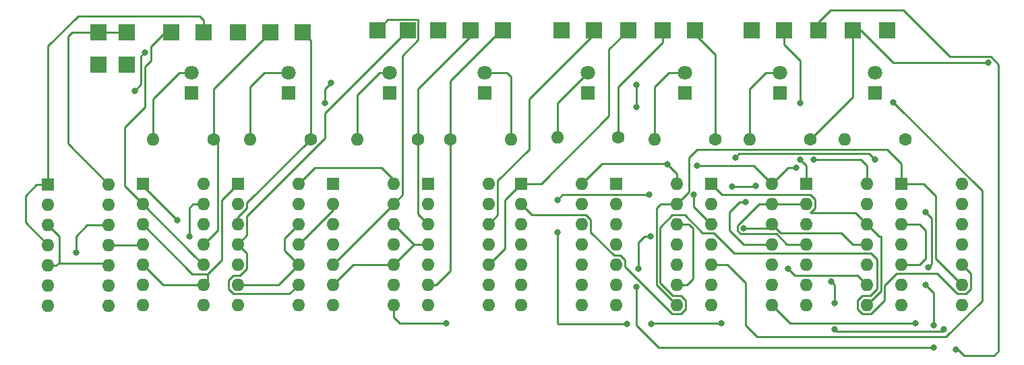
<source format=gbr>
%TF.GenerationSoftware,KiCad,Pcbnew,(5.1.6)-1*%
%TF.CreationDate,2020-11-22T17:26:52+01:00*%
%TF.ProjectId,Addierer,41646469-6572-4657-922e-6b696361645f,rev?*%
%TF.SameCoordinates,Original*%
%TF.FileFunction,Copper,L2,Bot*%
%TF.FilePolarity,Positive*%
%FSLAX46Y46*%
G04 Gerber Fmt 4.6, Leading zero omitted, Abs format (unit mm)*
G04 Created by KiCad (PCBNEW (5.1.6)-1) date 2020-11-22 17:26:52*
%MOMM*%
%LPD*%
G01*
G04 APERTURE LIST*
%TA.AperFunction,ComponentPad*%
%ADD10O,1.600000X1.600000*%
%TD*%
%TA.AperFunction,ComponentPad*%
%ADD11R,1.600000X1.600000*%
%TD*%
%TA.AperFunction,ComponentPad*%
%ADD12R,2.000000X2.000000*%
%TD*%
%TA.AperFunction,ComponentPad*%
%ADD13R,1.800000X1.800000*%
%TD*%
%TA.AperFunction,ComponentPad*%
%ADD14C,1.800000*%
%TD*%
%TA.AperFunction,ComponentPad*%
%ADD15C,1.600000*%
%TD*%
%TA.AperFunction,ViaPad*%
%ADD16C,0.800000*%
%TD*%
%TA.AperFunction,Conductor*%
%ADD17C,0.250000*%
%TD*%
G04 APERTURE END LIST*
D10*
%TO.P,U9,14*%
%TO.N,+5V*%
X129032000Y-44958000D03*
%TO.P,U9,7*%
%TO.N,Net-(GND1-Pad1)*%
X121412000Y-60198000D03*
%TO.P,U9,13*%
%TO.N,Net-(U10-Pad5)*%
X129032000Y-47498000D03*
%TO.P,U9,6*%
%TO.N,Net-(U9-Pad10)*%
X121412000Y-57658000D03*
%TO.P,U9,12*%
%TO.N,Net-(U10-Pad1)*%
X129032000Y-50038000D03*
%TO.P,U9,5*%
%TO.N,Net-(U9-Pad5)*%
X121412000Y-55118000D03*
%TO.P,U9,11*%
%TO.N,Net-(U10-Pad12)*%
X129032000Y-52578000D03*
%TO.P,U9,4*%
%TO.N,Net-(U10-Pad13)*%
X121412000Y-52578000D03*
%TO.P,U9,10*%
%TO.N,Net-(U9-Pad10)*%
X129032000Y-55118000D03*
%TO.P,U9,3*%
%TO.N,Net-(U9-Pad3)*%
X121412000Y-50038000D03*
%TO.P,U9,9*%
X129032000Y-57658000D03*
%TO.P,U9,2*%
%TO.N,Net-(U10-Pad13)*%
X121412000Y-47498000D03*
%TO.P,U9,8*%
%TO.N,Net-(U10-Pad1)*%
X129032000Y-60198000D03*
D11*
%TO.P,U9,1*%
%TO.N,Net-(U9-Pad1)*%
X121412000Y-44958000D03*
%TD*%
D12*
%TO.P,GND1,1*%
%TO.N,Net-(GND1-Pad1)*%
X36068000Y-29972000D03*
%TD*%
%TO.P,LP_Vcc1,1*%
%TO.N,+5V*%
X36068000Y-25908000D03*
%TD*%
%TO.P,a1,1*%
%TO.N,Net-(U1-Pad1)*%
X45720000Y-25908000D03*
%TD*%
%TO.P,b1,1*%
%TO.N,Net-(U1-Pad2)*%
X50038000Y-25908000D03*
%TD*%
D13*
%TO.P,D1,1*%
%TO.N,Net-(GND1-Pad1)*%
X44196000Y-33528000D03*
D14*
%TO.P,D1,2*%
%TO.N,Net-(D1-Pad2)*%
X44196000Y-30988000D03*
%TD*%
%TO.P,D2,2*%
%TO.N,Net-(D2-Pad2)*%
X56388000Y-30988000D03*
D13*
%TO.P,D2,1*%
%TO.N,Net-(GND1-Pad1)*%
X56388000Y-33528000D03*
%TD*%
D15*
%TO.P,R1,1*%
%TO.N,Net-(R1-Pad1)*%
X46990000Y-39370000D03*
D10*
%TO.P,R1,2*%
%TO.N,Net-(D1-Pad2)*%
X39370000Y-39370000D03*
%TD*%
%TO.P,R2,2*%
%TO.N,Net-(D2-Pad2)*%
X51562000Y-39370000D03*
D15*
%TO.P,R2,1*%
%TO.N,Net-(R2-Pad1)*%
X59182000Y-39370000D03*
%TD*%
D11*
%TO.P,U1,1*%
%TO.N,Net-(U1-Pad1)*%
X26213001Y-45059001D03*
D10*
%TO.P,U1,8*%
%TO.N,Net-(U1-Pad13)*%
X33833001Y-60299001D03*
%TO.P,U1,2*%
%TO.N,Net-(U1-Pad2)*%
X26213001Y-47599001D03*
%TO.P,U1,9*%
X33833001Y-57759001D03*
%TO.P,U1,3*%
%TO.N,Net-(U1-Pad10)*%
X26213001Y-50139001D03*
%TO.P,U1,10*%
X33833001Y-55219001D03*
%TO.P,U1,4*%
%TO.N,Net-(U1-Pad1)*%
X26213001Y-52679001D03*
%TO.P,U1,11*%
%TO.N,Net-(U1-Pad11)*%
X33833001Y-52679001D03*
%TO.P,U1,5*%
%TO.N,Net-(U1-Pad10)*%
X26213001Y-55219001D03*
%TO.P,U1,12*%
%TO.N,Net-(U1-Pad12)*%
X33833001Y-50139001D03*
%TO.P,U1,6*%
X26213001Y-57759001D03*
%TO.P,U1,13*%
%TO.N,Net-(U1-Pad13)*%
X33833001Y-47599001D03*
%TO.P,U1,7*%
%TO.N,Net-(GND1-Pad1)*%
X26213001Y-60299001D03*
%TO.P,U1,14*%
%TO.N,+5V*%
X33833001Y-45059001D03*
%TD*%
D12*
%TO.P,GND1,1*%
%TO.N,+5V*%
X32512000Y-25908000D03*
%TD*%
%TO.P,\u00DCn+1,1*%
%TO.N,Net-(R2-Pad1)*%
X58166000Y-25908000D03*
%TD*%
%TO.P,Un1,1*%
%TO.N,Net-(U2-Pad10)*%
X41656000Y-25908000D03*
%TD*%
%TO.P,S1,1*%
%TO.N,Net-(R1-Pad1)*%
X54102000Y-25908000D03*
%TD*%
D11*
%TO.P,U2,1*%
%TO.N,Net-(U1-Pad11)*%
X38100000Y-45009001D03*
D10*
%TO.P,U2,8*%
%TO.N,Net-(U2-Pad13)*%
X45720000Y-60249001D03*
%TO.P,U2,2*%
%TO.N,Net-(U2-Pad10)*%
X38100000Y-47549001D03*
%TO.P,U2,9*%
%TO.N,Net-(U2-Pad3)*%
X45720000Y-57709001D03*
%TO.P,U2,3*%
X38100000Y-50089001D03*
%TO.P,U2,10*%
%TO.N,Net-(U2-Pad10)*%
X45720000Y-55169001D03*
%TO.P,U2,4*%
%TO.N,Net-(U1-Pad11)*%
X38100000Y-52629001D03*
%TO.P,U2,11*%
%TO.N,Net-(R1-Pad1)*%
X45720000Y-52629001D03*
%TO.P,U2,5*%
%TO.N,Net-(U2-Pad3)*%
X38100000Y-55169001D03*
%TO.P,U2,12*%
%TO.N,Net-(U2-Pad12)*%
X45720000Y-50089001D03*
%TO.P,U2,6*%
X38100000Y-57709001D03*
%TO.P,U2,13*%
%TO.N,Net-(U2-Pad13)*%
X45720000Y-47549001D03*
%TO.P,U2,7*%
%TO.N,Net-(GND1-Pad1)*%
X38100000Y-60249001D03*
%TO.P,U2,14*%
%TO.N,+5V*%
X45720000Y-45009001D03*
%TD*%
D12*
%TO.P,a2,1*%
%TO.N,Net-(U3-Pad4)*%
X71374000Y-25654000D03*
%TD*%
%TO.P,b2,1*%
%TO.N,Net-(U3-Pad13)*%
X75184000Y-25654000D03*
%TD*%
D14*
%TO.P,D3,2*%
%TO.N,Net-(D3-Pad2)*%
X69088000Y-30988000D03*
D13*
%TO.P,D3,1*%
%TO.N,Net-(GND1-Pad1)*%
X69088000Y-33528000D03*
%TD*%
%TO.P,D4,1*%
%TO.N,Net-(GND1-Pad1)*%
X81026000Y-33528000D03*
D14*
%TO.P,D4,2*%
%TO.N,Net-(D4-Pad2)*%
X81026000Y-30988000D03*
%TD*%
D15*
%TO.P,R3,1*%
%TO.N,Net-(R3-Pad1)*%
X72644000Y-39370000D03*
D10*
%TO.P,R3,2*%
%TO.N,Net-(D3-Pad2)*%
X65024000Y-39370000D03*
%TD*%
%TO.P,R4,2*%
%TO.N,Net-(D4-Pad2)*%
X84328000Y-39370000D03*
D15*
%TO.P,R4,1*%
%TO.N,Net-(R4-Pad1)*%
X76708000Y-39370000D03*
%TD*%
D12*
%TO.P,S2,1*%
%TO.N,Net-(R3-Pad1)*%
X79248000Y-25654000D03*
%TD*%
D11*
%TO.P,U4,1*%
%TO.N,Net-(U3-Pad8)*%
X61976000Y-44958000D03*
D10*
%TO.P,U4,8*%
%TO.N,Net-(U4-Pad8)*%
X69596000Y-60198000D03*
%TO.P,U4,2*%
%TO.N,Net-(U3-Pad11)*%
X61976000Y-47498000D03*
%TO.P,U4,9*%
%TO.N,Net-(U4-Pad3)*%
X69596000Y-57658000D03*
%TO.P,U4,3*%
X61976000Y-50038000D03*
%TO.P,U4,10*%
%TO.N,Net-(U4-Pad10)*%
X69596000Y-55118000D03*
%TO.P,U4,4*%
%TO.N,Net-(U4-Pad3)*%
X61976000Y-52578000D03*
%TO.P,U4,11*%
%TO.N,Net-(U4-Pad11)*%
X69596000Y-52578000D03*
%TO.P,U4,5*%
%TO.N,Net-(U4-Pad13)*%
X61976000Y-55118000D03*
%TO.P,U4,12*%
%TO.N,Net-(U4-Pad10)*%
X69596000Y-50038000D03*
%TO.P,U4,6*%
X61976000Y-57658000D03*
%TO.P,U4,13*%
%TO.N,Net-(U4-Pad13)*%
X69596000Y-47498000D03*
%TO.P,U4,7*%
%TO.N,Net-(GND1-Pad1)*%
X61976000Y-60198000D03*
%TO.P,U4,14*%
%TO.N,+5V*%
X69596000Y-44958000D03*
%TD*%
%TO.P,U5,14*%
%TO.N,+5V*%
X81534000Y-44958000D03*
%TO.P,U5,7*%
%TO.N,Net-(GND1-Pad1)*%
X73914000Y-60198000D03*
%TO.P,U5,13*%
%TO.N,Net-(U5-Pad13)*%
X81534000Y-47498000D03*
%TO.P,U5,6*%
%TO.N,Net-(R4-Pad1)*%
X73914000Y-57658000D03*
%TO.P,U5,12*%
%TO.N,Net-(U5-Pad12)*%
X81534000Y-50038000D03*
%TO.P,U5,5*%
%TO.N,Net-(U3-Pad10)*%
X73914000Y-55118000D03*
%TO.P,U5,11*%
%TO.N,Net-(U5-Pad11)*%
X81534000Y-52578000D03*
%TO.P,U5,4*%
%TO.N,Net-(U4-Pad10)*%
X73914000Y-52578000D03*
%TO.P,U5,10*%
%TO.N,Net-(U5-Pad10)*%
X81534000Y-55118000D03*
%TO.P,U5,3*%
%TO.N,Net-(R3-Pad1)*%
X73914000Y-50038000D03*
%TO.P,U5,9*%
%TO.N,Net-(U5-Pad12)*%
X81534000Y-57658000D03*
%TO.P,U5,2*%
%TO.N,Net-(U4-Pad11)*%
X73914000Y-47498000D03*
%TO.P,U5,8*%
%TO.N,Net-(U5-Pad13)*%
X81534000Y-60198000D03*
D11*
%TO.P,U5,1*%
%TO.N,Net-(U4-Pad8)*%
X73914000Y-44958000D03*
%TD*%
D12*
%TO.P,Un2,1*%
%TO.N,Net-(U4-Pad13)*%
X67564000Y-25654000D03*
%TD*%
%TO.P,\u00DCn+2,1*%
%TO.N,Net-(R4-Pad1)*%
X83312000Y-25654000D03*
%TD*%
%TO.P,GND1,1*%
%TO.N,Net-(GND1-Pad1)*%
X32512000Y-29972000D03*
%TD*%
%TO.P,a3,1*%
%TO.N,Net-(U5-Pad12)*%
X94742000Y-25654000D03*
%TD*%
%TO.P,a4,1*%
%TO.N,Net-(U9-Pad1)*%
X118618000Y-25654000D03*
%TD*%
%TO.P,b3,1*%
%TO.N,Net-(U5-Pad10)*%
X99060000Y-25654000D03*
%TD*%
%TO.P,b4,1*%
%TO.N,Net-(U9-Pad5)*%
X122936000Y-25654000D03*
%TD*%
D13*
%TO.P,D5,1*%
%TO.N,Net-(GND1-Pad1)*%
X93980000Y-33528000D03*
D14*
%TO.P,D5,2*%
%TO.N,Net-(D5-Pad2)*%
X93980000Y-30988000D03*
%TD*%
D13*
%TO.P,D6,1*%
%TO.N,Net-(GND1-Pad1)*%
X106172000Y-33528000D03*
D14*
%TO.P,D6,2*%
%TO.N,Net-(D6-Pad2)*%
X106172000Y-30988000D03*
%TD*%
%TO.P,D7,2*%
%TO.N,Net-(D7-Pad2)*%
X118110000Y-30988000D03*
D13*
%TO.P,D7,1*%
%TO.N,Net-(GND1-Pad1)*%
X118110000Y-33528000D03*
%TD*%
D14*
%TO.P,D8,2*%
%TO.N,Net-(D8-Pad2)*%
X130048000Y-30988000D03*
D13*
%TO.P,D8,1*%
%TO.N,Net-(GND1-Pad1)*%
X130048000Y-33528000D03*
%TD*%
D10*
%TO.P,R5,2*%
%TO.N,Net-(D5-Pad2)*%
X90170000Y-39116000D03*
D15*
%TO.P,R5,1*%
%TO.N,Net-(R5-Pad1)*%
X97790000Y-39116000D03*
%TD*%
%TO.P,R6,1*%
%TO.N,Net-(R6-Pad1)*%
X109982000Y-39370000D03*
D10*
%TO.P,R6,2*%
%TO.N,Net-(D6-Pad2)*%
X102362000Y-39370000D03*
%TD*%
%TO.P,R7,2*%
%TO.N,Net-(D7-Pad2)*%
X114300000Y-39370000D03*
D15*
%TO.P,R7,1*%
%TO.N,Net-(R7-Pad1)*%
X121920000Y-39370000D03*
%TD*%
%TO.P,R8,1*%
%TO.N,Net-(R8-Pad1)*%
X133858000Y-39370000D03*
D10*
%TO.P,R8,2*%
%TO.N,Net-(D8-Pad2)*%
X126238000Y-39370000D03*
%TD*%
D12*
%TO.P,S3,1*%
%TO.N,Net-(R5-Pad1)*%
X103378000Y-25654000D03*
%TD*%
%TO.P,S4,1*%
%TO.N,Net-(R7-Pad1)*%
X127254000Y-25654000D03*
%TD*%
D11*
%TO.P,U6,1*%
%TO.N,Net-(U5-Pad10)*%
X85598000Y-44958000D03*
D10*
%TO.P,U6,8*%
%TO.N,N/C*%
X93218000Y-60198000D03*
%TO.P,U6,2*%
%TO.N,Net-(U5-Pad13)*%
X85598000Y-47498000D03*
%TO.P,U6,9*%
%TO.N,N/C*%
X93218000Y-57658000D03*
%TO.P,U6,3*%
%TO.N,Net-(U6-Pad3)*%
X85598000Y-50038000D03*
%TO.P,U6,10*%
%TO.N,N/C*%
X93218000Y-55118000D03*
%TO.P,U6,4*%
%TO.N,Net-(U5-Pad11)*%
X85598000Y-52578000D03*
%TO.P,U6,11*%
%TO.N,N/C*%
X93218000Y-52578000D03*
%TO.P,U6,5*%
%TO.N,Net-(U6-Pad3)*%
X85598000Y-55118000D03*
%TO.P,U6,12*%
%TO.N,N/C*%
X93218000Y-50038000D03*
%TO.P,U6,6*%
%TO.N,Net-(U6-Pad6)*%
X85598000Y-57658000D03*
%TO.P,U6,13*%
%TO.N,N/C*%
X93218000Y-47498000D03*
%TO.P,U6,7*%
%TO.N,Net-(GND1-Pad1)*%
X85598000Y-60198000D03*
%TO.P,U6,14*%
%TO.N,+5V*%
X93218000Y-44958000D03*
%TD*%
%TO.P,U7,14*%
%TO.N,+5V*%
X105156000Y-44958000D03*
%TO.P,U7,7*%
%TO.N,Net-(GND1-Pad1)*%
X97536000Y-60198000D03*
%TO.P,U7,13*%
%TO.N,Net-(U7-Pad13)*%
X105156000Y-47498000D03*
%TO.P,U7,6*%
%TO.N,N/C*%
X97536000Y-57658000D03*
%TO.P,U7,12*%
%TO.N,Net-(U6-Pad6)*%
X105156000Y-50038000D03*
%TO.P,U7,5*%
%TO.N,N/C*%
X97536000Y-55118000D03*
%TO.P,U7,11*%
%TO.N,Net-(U7-Pad11)*%
X105156000Y-52578000D03*
%TO.P,U7,4*%
%TO.N,N/C*%
X97536000Y-52578000D03*
%TO.P,U7,10*%
%TO.N,Net-(U7-Pad10)*%
X105156000Y-55118000D03*
%TO.P,U7,3*%
%TO.N,N/C*%
X97536000Y-50038000D03*
%TO.P,U7,9*%
%TO.N,Net-(U6-Pad6)*%
X105156000Y-57658000D03*
%TO.P,U7,2*%
%TO.N,N/C*%
X97536000Y-47498000D03*
%TO.P,U7,8*%
%TO.N,Net-(U7-Pad13)*%
X105156000Y-60198000D03*
D11*
%TO.P,U7,1*%
%TO.N,N/C*%
X97536000Y-44958000D03*
%TD*%
%TO.P,U8,1*%
%TO.N,Net-(U7-Pad13)*%
X133350000Y-44958000D03*
D10*
%TO.P,U8,8*%
%TO.N,Net-(R6-Pad1)*%
X140970000Y-60198000D03*
%TO.P,U8,2*%
%TO.N,Net-(U7-Pad10)*%
X133350000Y-47498000D03*
%TO.P,U8,9*%
%TO.N,Net-(U7-Pad13)*%
X140970000Y-57658000D03*
%TO.P,U8,3*%
%TO.N,Net-(U8-Pad3)*%
X133350000Y-50038000D03*
%TO.P,U8,10*%
%TO.N,Net-(U5-Pad13)*%
X140970000Y-55118000D03*
%TO.P,U8,4*%
%TO.N,Net-(U7-Pad11)*%
X133350000Y-52578000D03*
%TO.P,U8,11*%
%TO.N,Net-(U10-Pad13)*%
X140970000Y-52578000D03*
%TO.P,U8,5*%
%TO.N,Net-(U8-Pad3)*%
X133350000Y-55118000D03*
%TO.P,U8,12*%
%TO.N,Net-(U8-Pad12)*%
X140970000Y-50038000D03*
%TO.P,U8,6*%
%TO.N,Net-(R5-Pad1)*%
X133350000Y-57658000D03*
%TO.P,U8,13*%
%TO.N,Net-(U8-Pad13)*%
X140970000Y-47498000D03*
%TO.P,U8,7*%
%TO.N,Net-(GND1-Pad1)*%
X133350000Y-60198000D03*
%TO.P,U8,14*%
%TO.N,+5V*%
X140970000Y-44958000D03*
%TD*%
D11*
%TO.P,U10,1*%
%TO.N,Net-(U10-Pad1)*%
X109474000Y-44958000D03*
D10*
%TO.P,U10,8*%
%TO.N,Net-(R7-Pad1)*%
X117094000Y-60198000D03*
%TO.P,U10,2*%
%TO.N,Net-(U10-Pad12)*%
X109474000Y-47498000D03*
%TO.P,U10,9*%
%TO.N,Net-(U10-Pad3)*%
X117094000Y-57658000D03*
%TO.P,U10,3*%
X109474000Y-50038000D03*
%TO.P,U10,10*%
%TO.N,Net-(U10-Pad10)*%
X117094000Y-55118000D03*
%TO.P,U10,4*%
%TO.N,Net-(U10-Pad12)*%
X109474000Y-52578000D03*
%TO.P,U10,11*%
%TO.N,Net-(R8-Pad1)*%
X117094000Y-52578000D03*
%TO.P,U10,5*%
%TO.N,Net-(U10-Pad5)*%
X109474000Y-55118000D03*
%TO.P,U10,12*%
%TO.N,Net-(U10-Pad12)*%
X117094000Y-50038000D03*
%TO.P,U10,6*%
%TO.N,Net-(U10-Pad10)*%
X109474000Y-57658000D03*
%TO.P,U10,13*%
%TO.N,Net-(U10-Pad13)*%
X117094000Y-47498000D03*
%TO.P,U10,7*%
%TO.N,Net-(GND1-Pad1)*%
X109474000Y-60198000D03*
%TO.P,U10,14*%
%TO.N,+5V*%
X117094000Y-44958000D03*
%TD*%
D12*
%TO.P,Un3,1*%
%TO.N,Net-(U7-Pad10)*%
X90678000Y-25654000D03*
%TD*%
%TO.P,Un4,1*%
%TO.N,Net-(U10-Pad5)*%
X114554000Y-25654000D03*
%TD*%
%TO.P,\u00DCn+3,1*%
%TO.N,Net-(R6-Pad1)*%
X107442000Y-25654000D03*
%TD*%
%TO.P,\u00DCn+4,1*%
%TO.N,Net-(R8-Pad1)*%
X131572000Y-25654000D03*
%TD*%
D11*
%TO.P,U3,1*%
%TO.N,Net-(U2-Pad3)*%
X50038000Y-44958000D03*
D10*
%TO.P,U3,8*%
%TO.N,Net-(U3-Pad8)*%
X57658000Y-60198000D03*
%TO.P,U3,2*%
%TO.N,Net-(U1-Pad10)*%
X50038000Y-47498000D03*
%TO.P,U3,9*%
%TO.N,Net-(U3-Pad4)*%
X57658000Y-57658000D03*
%TO.P,U3,3*%
%TO.N,Net-(R2-Pad1)*%
X50038000Y-50038000D03*
%TO.P,U3,10*%
%TO.N,Net-(U3-Pad10)*%
X57658000Y-55118000D03*
%TO.P,U3,4*%
%TO.N,Net-(U3-Pad4)*%
X50038000Y-52578000D03*
%TO.P,U3,11*%
%TO.N,Net-(U3-Pad11)*%
X57658000Y-52578000D03*
%TO.P,U3,5*%
%TO.N,Net-(U3-Pad13)*%
X50038000Y-55118000D03*
%TO.P,U3,12*%
%TO.N,Net-(U3-Pad10)*%
X57658000Y-50038000D03*
%TO.P,U3,6*%
X50038000Y-57658000D03*
%TO.P,U3,13*%
%TO.N,Net-(U3-Pad13)*%
X57658000Y-47498000D03*
%TO.P,U3,7*%
%TO.N,Net-(GND1-Pad1)*%
X50038000Y-60198000D03*
%TO.P,U3,14*%
%TO.N,+5V*%
X57658000Y-44958000D03*
%TD*%
D16*
%TO.N,Net-(U1-Pad2)*%
X38354000Y-28448000D03*
X37084000Y-33274000D03*
%TO.N,Net-(U1-Pad11)*%
X42418000Y-49530000D03*
%TO.N,Net-(U1-Pad12)*%
X29718000Y-53594000D03*
%TO.N,Net-(U2-Pad13)*%
X43942000Y-51562000D03*
%TO.N,Net-(U3-Pad13)*%
X61722000Y-32258000D03*
X60960000Y-34798000D03*
%TO.N,Net-(U4-Pad8)*%
X76200000Y-62484000D03*
%TO.N,+5V*%
X107696000Y-42672000D03*
X104013000Y-42545000D03*
X122391001Y-41946999D03*
X120142000Y-42926000D03*
%TO.N,Net-(U9-Pad1)*%
X120650000Y-34798000D03*
X120650000Y-41910000D03*
%TO.N,Net-(U9-Pad5)*%
X124968000Y-63246000D03*
X124968000Y-59944000D03*
X124968000Y-59944000D03*
X124587000Y-57277000D03*
X138684000Y-63246000D03*
X140208000Y-65786000D03*
%TO.N,Net-(R7-Pad1)*%
X135128000Y-62484000D03*
X144272000Y-29718000D03*
%TO.N,Net-(R8-Pad1)*%
X113792000Y-47244000D03*
X112141000Y-45339000D03*
X115062000Y-45212000D03*
X112522000Y-41656000D03*
X130048000Y-41910000D03*
%TO.N,Net-(U7-Pad11)*%
X101854000Y-51562000D03*
X100330000Y-55626000D03*
X100076000Y-57912000D03*
X137414000Y-65532000D03*
X137414000Y-62738000D03*
X136398000Y-57658000D03*
X136779000Y-55499000D03*
X136398000Y-48514000D03*
%TO.N,Net-(U7-Pad10)*%
X100076000Y-32512000D03*
X100076000Y-35306000D03*
%TO.N,Net-(U10-Pad5)*%
X132404501Y-34727499D03*
%TO.N,Net-(U10-Pad12)*%
X113538000Y-50546000D03*
%TO.N,Net-(U9-Pad3)*%
X119126000Y-55626000D03*
%TO.N,Net-(U10-Pad3)*%
X110744000Y-62484000D03*
X101981000Y-62611000D03*
X98933000Y-62611000D03*
X90170000Y-51054000D03*
X90170000Y-46990000D03*
X101709001Y-46372999D03*
X107297001Y-46372999D03*
%TD*%
D17*
%TO.N,Net-(U1-Pad1)*%
X26213001Y-27634999D02*
X26213001Y-45059001D01*
X29972000Y-23876000D02*
X26213001Y-27634999D01*
X45212000Y-23876000D02*
X29972000Y-23876000D01*
X45720000Y-25908000D02*
X45720000Y-24384000D01*
X45720000Y-24384000D02*
X45212000Y-23876000D01*
X26213001Y-45059001D02*
X24790999Y-45059001D01*
X24790999Y-45059001D02*
X23368000Y-46482000D01*
X23368000Y-49834000D02*
X26213001Y-52679001D01*
X23368000Y-46482000D02*
X23368000Y-49834000D01*
%TO.N,Net-(U1-Pad2)*%
X37903990Y-28898010D02*
X37903990Y-32454010D01*
X37903990Y-32454010D02*
X37084000Y-33274000D01*
X38354000Y-28448000D02*
X37903990Y-28898010D01*
%TO.N,Net-(D1-Pad2)*%
X44196000Y-30988000D02*
X42672000Y-30988000D01*
X39370000Y-34290000D02*
X39370000Y-39370000D01*
X42672000Y-30988000D02*
X39370000Y-34290000D01*
%TO.N,Net-(D3-Pad2)*%
X69088000Y-30988000D02*
X67818000Y-30988000D01*
X65024000Y-33782000D02*
X65024000Y-39370000D01*
X67818000Y-30988000D02*
X65024000Y-33782000D01*
%TO.N,Net-(R1-Pad1)*%
X46990000Y-33020000D02*
X54102000Y-25908000D01*
X46990000Y-39370000D02*
X46990000Y-33020000D01*
X45720000Y-52629001D02*
X47498000Y-50851001D01*
X47498000Y-39878000D02*
X46990000Y-39370000D01*
X47498000Y-50851001D02*
X47498000Y-39878000D01*
%TO.N,Net-(R3-Pad1)*%
X79248000Y-25654000D02*
X79248000Y-26416000D01*
X72644000Y-33020000D02*
X72644000Y-39370000D01*
X79248000Y-26416000D02*
X72644000Y-33020000D01*
X72644000Y-39370000D02*
X72644000Y-48768000D01*
X72644000Y-48768000D02*
X73914000Y-50038000D01*
%TO.N,Net-(U1-Pad10)*%
X26213001Y-50139001D02*
X27636000Y-51562000D01*
X27636000Y-51562000D02*
X27636000Y-54814000D01*
X27230999Y-55219001D02*
X26213001Y-55219001D01*
X33555000Y-54941000D02*
X33833001Y-55219001D01*
X27509000Y-54941000D02*
X33555000Y-54941000D01*
X27509000Y-54941000D02*
X27230999Y-55219001D01*
X27636000Y-54814000D02*
X27509000Y-54941000D01*
%TO.N,Net-(U1-Pad11)*%
X38050000Y-52679001D02*
X38100000Y-52629001D01*
X33833001Y-52679001D02*
X38050000Y-52679001D01*
X38100000Y-45212000D02*
X42418000Y-49530000D01*
X38100000Y-45009001D02*
X38100000Y-45212000D01*
%TO.N,Net-(U1-Pad12)*%
X31140999Y-50139001D02*
X33833001Y-50139001D01*
X29718000Y-53594000D02*
X29718000Y-51562000D01*
X29718000Y-51562000D02*
X31140999Y-50139001D01*
%TO.N,Net-(U2-Pad10)*%
X41656000Y-25908000D02*
X41656000Y-25146000D01*
X41656000Y-25146000D02*
X39116000Y-27686000D01*
X39116000Y-29509002D02*
X38354000Y-30271002D01*
X39116000Y-27686000D02*
X39116000Y-29509002D01*
X38354000Y-30271002D02*
X38354000Y-35306000D01*
X38354000Y-35306000D02*
X35814000Y-37846000D01*
X35814000Y-45263001D02*
X38100000Y-47549001D01*
X35814000Y-37846000D02*
X35814000Y-45263001D01*
X44594999Y-54044000D02*
X45720000Y-55169001D01*
X38100000Y-47549001D02*
X44594999Y-54044000D01*
%TO.N,Net-(U2-Pad3)*%
X40640000Y-57709001D02*
X38100000Y-55169001D01*
X45720000Y-57709001D02*
X40640000Y-57709001D01*
X46260001Y-56294002D02*
X48006000Y-54548003D01*
X38100000Y-50089001D02*
X44305001Y-56294002D01*
X44305001Y-56294002D02*
X46260001Y-56294002D01*
X48006000Y-46990000D02*
X50038000Y-44958000D01*
X48006000Y-54548003D02*
X48006000Y-46990000D01*
X46260001Y-57169000D02*
X45720000Y-57709001D01*
X46260001Y-56294002D02*
X46260001Y-57169000D01*
%TO.N,Net-(U2-Pad13)*%
X45720000Y-47549001D02*
X44398999Y-47549001D01*
X43942000Y-48006000D02*
X43942000Y-51562000D01*
X44398999Y-47549001D02*
X43942000Y-48006000D01*
%TO.N,Net-(U3-Pad4)*%
X51163001Y-51452999D02*
X50038000Y-52578000D01*
X60960000Y-39257002D02*
X51163001Y-49054001D01*
X51163001Y-49054001D02*
X51163001Y-51452999D01*
X60960000Y-36068000D02*
X60960000Y-39257002D01*
X71374000Y-25654000D02*
X60960000Y-36068000D01*
X51163001Y-55658001D02*
X51163001Y-53703001D01*
X50288003Y-56532999D02*
X51163001Y-55658001D01*
X48912999Y-57117999D02*
X49497999Y-56532999D01*
X49497999Y-56532999D02*
X50288003Y-56532999D01*
X48912999Y-58198001D02*
X48912999Y-57117999D01*
X51163001Y-53703001D02*
X50038000Y-52578000D01*
X49497999Y-58783001D02*
X48912999Y-58198001D01*
X56532999Y-58783001D02*
X49497999Y-58783001D01*
X57658000Y-57658000D02*
X56532999Y-58783001D01*
%TO.N,Net-(U3-Pad13)*%
X60960000Y-34798000D02*
X60960000Y-33020000D01*
X60960000Y-33020000D02*
X61722000Y-32258000D01*
%TO.N,Net-(D2-Pad2)*%
X56388000Y-30988000D02*
X53340000Y-30988000D01*
X51562000Y-32766000D02*
X51562000Y-39370000D01*
X53340000Y-30988000D02*
X51562000Y-32766000D01*
%TO.N,Net-(D4-Pad2)*%
X83820000Y-30988000D02*
X81026000Y-30988000D01*
X84328000Y-39370000D02*
X84328000Y-31496000D01*
X84328000Y-31496000D02*
X83820000Y-30988000D01*
%TO.N,Net-(R2-Pad1)*%
X59182000Y-26924000D02*
X58166000Y-25908000D01*
X59182000Y-39370000D02*
X59182000Y-26924000D01*
X50038000Y-49163002D02*
X50038000Y-50038000D01*
X51163001Y-47388999D02*
X51163001Y-48038001D01*
X51163001Y-48038001D02*
X50038000Y-49163002D01*
X59182000Y-39370000D02*
X51163001Y-47388999D01*
%TO.N,Net-(R4-Pad1)*%
X76708000Y-39370000D02*
X76708000Y-55880000D01*
X74930000Y-57658000D02*
X73914000Y-57658000D01*
X76708000Y-55880000D02*
X74930000Y-57658000D01*
X83312000Y-25654000D02*
X83058000Y-25654000D01*
X76708000Y-32004000D02*
X76708000Y-39370000D01*
X83058000Y-25654000D02*
X76708000Y-32004000D01*
%TO.N,Net-(U3-Pad10)*%
X55118000Y-57658000D02*
X57658000Y-55118000D01*
X50038000Y-57658000D02*
X55118000Y-57658000D01*
X57658000Y-55118000D02*
X56388000Y-53848000D01*
X55880000Y-53340000D02*
X57658000Y-55118000D01*
X57658000Y-50038000D02*
X55880000Y-51816000D01*
X55880000Y-51816000D02*
X55880000Y-53340000D01*
%TO.N,Net-(U3-Pad11)*%
X61976000Y-48260000D02*
X61976000Y-47498000D01*
X57658000Y-52578000D02*
X61976000Y-48260000D01*
%TO.N,Net-(U4-Pad13)*%
X61976000Y-55118000D02*
X69596000Y-47498000D01*
X72699001Y-24393999D02*
X72634001Y-24328999D01*
X72699001Y-26914001D02*
X72699001Y-24393999D01*
X68889001Y-24328999D02*
X67564000Y-25654000D01*
X70721001Y-28892001D02*
X72699001Y-26914001D01*
X72634001Y-24328999D02*
X68889001Y-24328999D01*
X70721001Y-46372999D02*
X70721001Y-28892001D01*
X69596000Y-47498000D02*
X70721001Y-46372999D01*
%TO.N,Net-(U4-Pad8)*%
X69596000Y-60198000D02*
X69596000Y-61722000D01*
X70358000Y-62484000D02*
X76200000Y-62484000D01*
X69596000Y-61722000D02*
X70358000Y-62484000D01*
%TO.N,Net-(U4-Pad10)*%
X72136000Y-52578000D02*
X69596000Y-50038000D01*
X72136000Y-52578000D02*
X69596000Y-55118000D01*
X73914000Y-52578000D02*
X72136000Y-52578000D01*
X64516000Y-55118000D02*
X61976000Y-57658000D01*
X69596000Y-55118000D02*
X64516000Y-55118000D01*
%TO.N,+5V*%
X36068000Y-25908000D02*
X32512000Y-25908000D01*
X32512000Y-25908000D02*
X29210000Y-25908000D01*
X29210000Y-25908000D02*
X28702000Y-26416000D01*
X28702000Y-39928000D02*
X33833001Y-45059001D01*
X28702000Y-26416000D02*
X28702000Y-39928000D01*
X57658000Y-44958000D02*
X59690000Y-42926000D01*
X59690000Y-42926000D02*
X68072000Y-42926000D01*
X69596000Y-44450000D02*
X69596000Y-44958000D01*
X68072000Y-42926000D02*
X69596000Y-44450000D01*
X95758000Y-42418000D02*
X93218000Y-44958000D01*
X103886000Y-42418000D02*
X95758000Y-42418000D01*
X105156000Y-44958000D02*
X105156000Y-43688000D01*
X105156000Y-43688000D02*
X104013000Y-42545000D01*
X117094000Y-44958000D02*
X114808000Y-42672000D01*
X114808000Y-42672000D02*
X107696000Y-42672000D01*
X107696000Y-42672000D02*
X107696000Y-42672000D01*
X104013000Y-42545000D02*
X103886000Y-42418000D01*
X129032000Y-44958000D02*
X129032000Y-42672000D01*
X128306999Y-41946999D02*
X122391001Y-41946999D01*
X129032000Y-42672000D02*
X128306999Y-41946999D01*
X122391001Y-41946999D02*
X122391001Y-41946999D01*
X119126000Y-42926000D02*
X118618000Y-43434000D01*
X118618000Y-43434000D02*
X117094000Y-44958000D01*
X120142000Y-42926000D02*
X120142000Y-42926000D01*
X120142000Y-42926000D02*
X119126000Y-42926000D01*
%TO.N,Net-(U5-Pad12)*%
X94742000Y-25654000D02*
X94742000Y-26162000D01*
X94742000Y-26162000D02*
X86614000Y-34290000D01*
X86614000Y-34290000D02*
X86614000Y-40640000D01*
X82659001Y-48912999D02*
X81534000Y-50038000D01*
X82659001Y-44594999D02*
X82659001Y-48912999D01*
X86614000Y-40640000D02*
X82659001Y-44594999D01*
%TO.N,Net-(U9-Pad1)*%
X120650000Y-32512000D02*
X120650000Y-34798000D01*
X118618000Y-25654000D02*
X118618000Y-27432000D01*
X120650000Y-29464000D02*
X120650000Y-32512000D01*
X118618000Y-27432000D02*
X120650000Y-29464000D01*
X121412000Y-44958000D02*
X121412000Y-42672000D01*
X121412000Y-42672000D02*
X120650000Y-41910000D01*
X120650000Y-41910000D02*
X120650000Y-41910000D01*
%TO.N,Net-(U5-Pad10)*%
X96664999Y-28049001D02*
X96664999Y-36431001D01*
X99060000Y-25654000D02*
X96664999Y-28049001D01*
X88138000Y-44958000D02*
X85598000Y-44958000D01*
X96664999Y-36431001D02*
X88138000Y-44958000D01*
X85598000Y-44958000D02*
X83566000Y-46990000D01*
X83566000Y-53086000D02*
X81534000Y-55118000D01*
X83566000Y-46990000D02*
X83566000Y-53086000D01*
%TO.N,Net-(U9-Pad5)*%
X122936000Y-25654000D02*
X122936000Y-24638000D01*
X122936000Y-24638000D02*
X124460000Y-23114000D01*
X139482999Y-28992999D02*
X144620001Y-28992999D01*
X124460000Y-23114000D02*
X133604000Y-23114000D01*
X145606278Y-29979276D02*
X145606278Y-65975722D01*
X144620001Y-28992999D02*
X145606278Y-29979276D01*
X133604000Y-23114000D02*
X139482999Y-28992999D01*
X145606278Y-65975722D02*
X145034000Y-66548000D01*
X124968000Y-63246000D02*
X124968000Y-63246000D01*
X124968000Y-59944000D02*
X124968000Y-57658000D01*
X124968000Y-57658000D02*
X124587000Y-57277000D01*
X124587000Y-57277000D02*
X124460000Y-57150000D01*
X124968000Y-63246000D02*
X125222000Y-63500000D01*
X138430000Y-63500000D02*
X138684000Y-63246000D01*
X125222000Y-63500000D02*
X138430000Y-63500000D01*
X145034000Y-66548000D02*
X141224000Y-66548000D01*
X140462000Y-65786000D02*
X140208000Y-65786000D01*
X141224000Y-66548000D02*
X140462000Y-65786000D01*
%TO.N,Net-(D5-Pad2)*%
X90170000Y-34798000D02*
X90170000Y-39116000D01*
X93980000Y-30988000D02*
X90170000Y-34798000D01*
%TO.N,Net-(D6-Pad2)*%
X106172000Y-30988000D02*
X104140000Y-30988000D01*
X102362000Y-32766000D02*
X102362000Y-39370000D01*
X104140000Y-30988000D02*
X102362000Y-32766000D01*
%TO.N,Net-(D7-Pad2)*%
X118110000Y-30988000D02*
X116332000Y-30988000D01*
X114300000Y-33020000D02*
X114300000Y-39370000D01*
X116332000Y-30988000D02*
X114300000Y-33020000D01*
%TO.N,Net-(R5-Pad1)*%
X103378000Y-25654000D02*
X103378000Y-27178000D01*
X97790000Y-32766000D02*
X97790000Y-39116000D01*
X103378000Y-27178000D02*
X97790000Y-32766000D01*
%TO.N,Net-(R6-Pad1)*%
X109982000Y-39370000D02*
X109982000Y-28702000D01*
X107442000Y-26162000D02*
X107442000Y-25654000D01*
X109982000Y-28702000D02*
X107442000Y-26162000D01*
%TO.N,Net-(R7-Pad1)*%
X127254000Y-34036000D02*
X121920000Y-39370000D01*
X127254000Y-25654000D02*
X127254000Y-34036000D01*
X117094000Y-60198000D02*
X119380000Y-62484000D01*
X119380000Y-62484000D02*
X135128000Y-62484000D01*
X135128000Y-62484000D02*
X135128000Y-62484000D01*
X144272000Y-29718000D02*
X132334000Y-29718000D01*
X128270000Y-25654000D02*
X127254000Y-25654000D01*
X132334000Y-29718000D02*
X128270000Y-25654000D01*
%TO.N,Net-(R8-Pad1)*%
X117094000Y-52578000D02*
X113538000Y-52578000D01*
X113538000Y-52578000D02*
X111760000Y-50800000D01*
X111760000Y-50800000D02*
X111760000Y-48514000D01*
X111760000Y-48514000D02*
X113030000Y-47244000D01*
X113030000Y-47244000D02*
X113792000Y-47244000D01*
X112141000Y-45339000D02*
X114935000Y-45339000D01*
X114935000Y-45339000D02*
X115062000Y-45212000D01*
X115062000Y-45212000D02*
X115062000Y-45212000D01*
X112993001Y-41184999D02*
X129322999Y-41184999D01*
X112522000Y-41656000D02*
X112993001Y-41184999D01*
X129322999Y-41184999D02*
X130048000Y-41910000D01*
%TO.N,Net-(U5-Pad13)*%
X93758001Y-48912999D02*
X87012999Y-48912999D01*
X94343001Y-49497999D02*
X93758001Y-48912999D01*
X94343001Y-51050003D02*
X94343001Y-49497999D01*
X97285997Y-53992999D02*
X94343001Y-51050003D01*
X98076001Y-53992999D02*
X97285997Y-53992999D01*
X98661001Y-54577999D02*
X98076001Y-53992999D01*
X98661001Y-55368003D02*
X98661001Y-54577999D01*
X104615999Y-61323001D02*
X98661001Y-55368003D01*
X105696001Y-61323001D02*
X104615999Y-61323001D01*
X106281001Y-60738001D02*
X105696001Y-61323001D01*
X105696001Y-59072999D02*
X106281001Y-59657999D01*
X103066010Y-57471600D02*
X104667409Y-59072999D01*
X103066010Y-50462988D02*
X103066010Y-57471600D01*
X87012999Y-48912999D02*
X85598000Y-47498000D01*
X108441411Y-51163001D02*
X106191409Y-48912999D01*
X109837001Y-51163001D02*
X108441411Y-51163001D01*
X112377001Y-53703001D02*
X109837001Y-51163001D01*
X106191409Y-48912999D02*
X104615999Y-48912999D01*
X129572001Y-53703001D02*
X112377001Y-53703001D01*
X130359990Y-54490990D02*
X129572001Y-53703001D01*
X129520591Y-59072999D02*
X130359990Y-58233600D01*
X128491999Y-59072999D02*
X129520591Y-59072999D01*
X127906999Y-59657999D02*
X128491999Y-59072999D01*
X104667409Y-59072999D02*
X105696001Y-59072999D01*
X128491999Y-61323001D02*
X127906999Y-60738001D01*
X130359990Y-58233600D02*
X130359990Y-54490990D01*
X129572001Y-61323001D02*
X128491999Y-61323001D01*
X131260010Y-59634992D02*
X129572001Y-61323001D01*
X131260010Y-57792990D02*
X131260010Y-59634992D01*
X127906999Y-60738001D02*
X127906999Y-59657999D01*
X132809999Y-56243001D02*
X131260010Y-57792990D01*
X140429999Y-58783001D02*
X137889999Y-56243001D01*
X106281001Y-59657999D02*
X106281001Y-60738001D01*
X141510001Y-58783001D02*
X140429999Y-58783001D01*
X104615999Y-48912999D02*
X103066010Y-50462988D01*
X142095001Y-58198001D02*
X141510001Y-58783001D01*
X142095001Y-56243001D02*
X142095001Y-58198001D01*
X137889999Y-56243001D02*
X132809999Y-56243001D01*
X140970000Y-55118000D02*
X142095001Y-56243001D01*
%TO.N,Net-(U6-Pad6)*%
X105156000Y-50038000D02*
X106680000Y-50038000D01*
X106680000Y-50038000D02*
X107188000Y-50546000D01*
X107188000Y-50546000D02*
X107188000Y-56896000D01*
X106426000Y-57658000D02*
X105156000Y-57658000D01*
X107188000Y-56896000D02*
X106426000Y-57658000D01*
%TO.N,Net-(U7-Pad13)*%
X105156000Y-47498000D02*
X103124000Y-47498000D01*
X103124000Y-47498000D02*
X102616000Y-48006000D01*
X102616000Y-57658000D02*
X105156000Y-60198000D01*
X102616000Y-48006000D02*
X102616000Y-57658000D01*
X140970000Y-57658000D02*
X137668000Y-54356000D01*
X137668000Y-54356000D02*
X137668000Y-46482000D01*
X136144000Y-44958000D02*
X133350000Y-44958000D01*
X137668000Y-46482000D02*
X136144000Y-44958000D01*
X133350000Y-44958000D02*
X133350000Y-42418000D01*
X133350000Y-42418000D02*
X131572000Y-40640000D01*
X131572000Y-40640000D02*
X107696000Y-40640000D01*
X107696000Y-40640000D02*
X106680000Y-41656000D01*
X106680000Y-45974000D02*
X105156000Y-47498000D01*
X106680000Y-41656000D02*
X106680000Y-45974000D01*
%TO.N,Net-(U7-Pad11)*%
X101854000Y-51562000D02*
X101092000Y-51562000D01*
X101092000Y-51562000D02*
X100330000Y-52324000D01*
X100330000Y-52324000D02*
X100330000Y-55626000D01*
X100330000Y-55626000D02*
X100330000Y-55626000D01*
X100076000Y-57912000D02*
X100076000Y-62738000D01*
X100076000Y-62738000D02*
X102870000Y-65532000D01*
X102870000Y-65532000D02*
X126238000Y-65532000D01*
X126238000Y-65532000D02*
X137414000Y-65532000D01*
X137414000Y-65532000D02*
X137414000Y-65532000D01*
X137414000Y-62738000D02*
X137414000Y-58674000D01*
X137414000Y-58674000D02*
X136398000Y-57658000D01*
X136398000Y-57658000D02*
X136398000Y-57658000D01*
X137178999Y-55099001D02*
X137178999Y-49294999D01*
X136779000Y-55499000D02*
X137178999Y-55099001D01*
X137178999Y-49294999D02*
X136398000Y-48514000D01*
X136398000Y-48514000D02*
X136398000Y-48514000D01*
%TO.N,Net-(U7-Pad10)*%
X100076000Y-32512000D02*
X100076000Y-35306000D01*
%TO.N,Net-(U8-Pad3)*%
X133350000Y-50038000D02*
X135636000Y-50038000D01*
X135636000Y-50038000D02*
X136398000Y-50800000D01*
X136398000Y-50800000D02*
X136398000Y-54356000D01*
X135636000Y-55118000D02*
X133350000Y-55118000D01*
X136398000Y-54356000D02*
X135636000Y-55118000D01*
%TO.N,Net-(U10-Pad13)*%
X117094000Y-47498000D02*
X121412000Y-47498000D01*
X118997590Y-52578000D02*
X121412000Y-52578000D01*
X112812999Y-50894001D02*
X113189999Y-51271001D01*
X112812999Y-50197999D02*
X112812999Y-50894001D01*
X115512998Y-47498000D02*
X112812999Y-50197999D01*
X117690591Y-51271001D02*
X118997590Y-52578000D01*
X113189999Y-51271001D02*
X117690591Y-51271001D01*
X121412000Y-47498000D02*
X115512998Y-47498000D01*
%TO.N,Net-(U10-Pad5)*%
X109474000Y-55118000D02*
X111506000Y-55118000D01*
X111506000Y-55118000D02*
X113792000Y-57404000D01*
X113792000Y-57404000D02*
X113792000Y-58561002D01*
X113792000Y-58561002D02*
X113792000Y-62738000D01*
X115291720Y-64237720D02*
X138962280Y-64237720D01*
X113792000Y-62738000D02*
X115291720Y-64237720D01*
X138962280Y-64237720D02*
X143510000Y-59690000D01*
X143510000Y-45832998D02*
X132404501Y-34727499D01*
X143510000Y-59690000D02*
X143510000Y-45832998D01*
%TO.N,Net-(U10-Pad1)*%
X130810000Y-51562000D02*
X130810000Y-58420000D01*
X130810000Y-58420000D02*
X129032000Y-60198000D01*
X129032000Y-50038000D02*
X130556000Y-51562000D01*
X130556000Y-51562000D02*
X130810000Y-51562000D01*
X110888999Y-46372999D02*
X109474000Y-44958000D01*
X121952001Y-46372999D02*
X110888999Y-46372999D01*
X122537001Y-46957999D02*
X121952001Y-46372999D01*
X122537001Y-48038001D02*
X122537001Y-46957999D01*
X127617001Y-48623001D02*
X121952001Y-48623001D01*
X121952001Y-48623001D02*
X122537001Y-48038001D01*
X129032000Y-50038000D02*
X127617001Y-48623001D01*
%TO.N,Net-(U10-Pad12)*%
X116586000Y-50546000D02*
X117094000Y-50038000D01*
X113538000Y-50546000D02*
X116586000Y-50546000D01*
X118219001Y-51163001D02*
X125839001Y-51163001D01*
X117094000Y-50038000D02*
X118219001Y-51163001D01*
X127254000Y-52578000D02*
X129032000Y-52578000D01*
X125839001Y-51163001D02*
X127254000Y-52578000D01*
%TO.N,Net-(U9-Pad3)*%
X127906999Y-56532999D02*
X120540999Y-56532999D01*
X129032000Y-57658000D02*
X127906999Y-56532999D01*
X120540999Y-56532999D02*
X120032999Y-56532999D01*
X120032999Y-56532999D02*
X119126000Y-55626000D01*
X119126000Y-55626000D02*
X119126000Y-55626000D01*
%TO.N,Net-(U10-Pad3)*%
X110744000Y-62484000D02*
X102108000Y-62484000D01*
X102108000Y-62484000D02*
X101981000Y-62611000D01*
X101981000Y-62611000D02*
X101854000Y-62738000D01*
X98933000Y-62611000D02*
X90297000Y-62611000D01*
X90297000Y-62611000D02*
X90170000Y-62484000D01*
X90170000Y-62484000D02*
X90170000Y-51054000D01*
X90170000Y-51054000D02*
X90170000Y-51054000D01*
X90787001Y-46372999D02*
X101709001Y-46372999D01*
X90170000Y-46990000D02*
X90787001Y-46372999D01*
X101709001Y-46372999D02*
X101709001Y-46372999D01*
X107297001Y-47861001D02*
X107297001Y-46372999D01*
X109474000Y-50038000D02*
X107297001Y-47861001D01*
%TD*%
M02*

</source>
